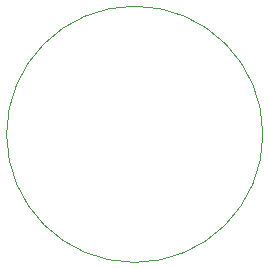
<source format=gko>
G04*
G04 #@! TF.GenerationSoftware,Altium Limited,Altium Designer,18.1.7 (191)*
G04*
G04 Layer_Color=4408131*
%FSLAX25Y25*%
%MOIN*%
G70*
G01*
G75*
%ADD73C,0.00100*%
D73*
X0Y42717D02*
G03*
X-42717Y0I0J-42717D01*
G01*
X42717D02*
G03*
X0Y42717I-42717J0D01*
G01*
Y-42717D02*
G03*
X42717Y0I0J42717D01*
G01*
X-42717D02*
G03*
X0Y-42717I42717J0D01*
G01*
M02*

</source>
